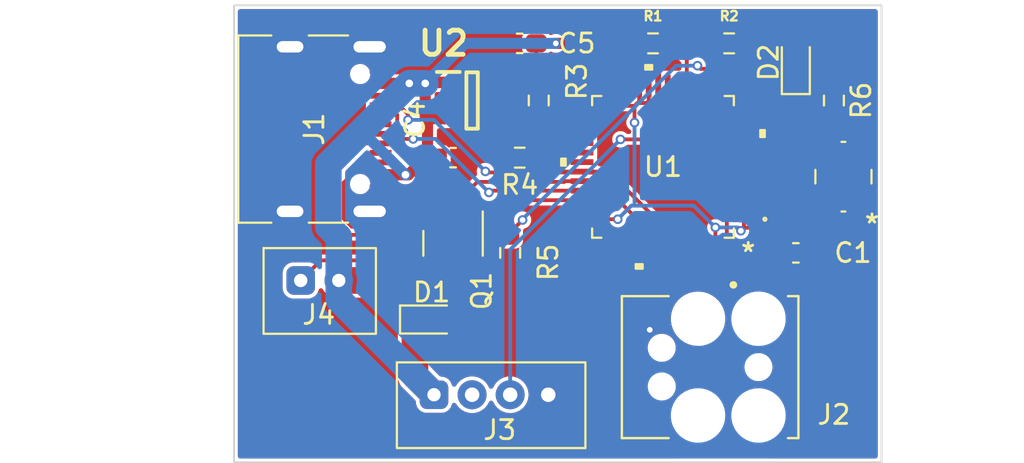
<source format=kicad_pcb>
(kicad_pcb (version 20211014) (generator pcbnew)
  (layers (0 "F.Cu" signal) (31 "B.Cu" signal) (34 "B.Paste" user) (35 "F.Paste" user) (36 "B.SilkS" user "B.Silkscreen") (37 "F.SilkS" user "F.Silkscreen") (38 "B.Mask" user) (39 "F.Mask" user) (44 "Edge.Cuts" user))
  (net 0 "")
  (net 1 "OSC_IN")
  (net 2 "GND")
  (net 3 "OSC_OUT")
  (net 4 "V_USB")
  (net 5 "+3.3V")
  (net 7 "USB_CC1")
  (net 8 "USB_D-")
  (net 9 "USB_D+")
  (net 11 "USB_CC2")
  (net 13 "USART2_RX")
  (net 14 "MOTOR_PWM")
  (net 15 "VSENSE")
  (net 16 "/V_FB")
  (net 20 "nRESET")
  (net 23 "USART2_TX")
  (net 29 "USART3_TX")
  (net 35 "SWDIO")
  (net 36 "SWCLK")
  (net 38 "SWO")
  (net 43 "Net-(D2-Pad1)")
  (net 44 "Net-(D1-Pad2)")
  (net 45 "USART3_RX")
  (footprint "J-LINK_6-PIN_NEEDLE_ADAPTER:J-LINK_6-PIN_NEEDLE_ADAPTER" (layer "F.Cu") (at 111 86.5 180)
    (fp_text reference "J2" (at -6.5 -2.5) (layer "F.SilkS"))
    (fp_text value "8.06.16_J-LINK_6-PIN_NEEDLE_ADAPTER")
    (pad "" np_thru_hole circle (at 0.635 -2.54 180) (size 2.451 2.451) (drill 2.451) (layers *.Cu *.Mask))
    (pad "" np_thru_hole circle (at -2.54 -2.54 180) (size 2.451 2.451) (drill 2.451) (layers *.Cu *.Mask))
    (pad "" np_thru_hole circle (at -2.54 2.54 180) (size 2.451 2.451) (drill 2.451) (layers *.Cu *.Mask))
    (pad "" np_thru_hole circle (at 2.54 1.016 180) (size 1.067 1.067) (drill 1.067) (layers *.Cu *.Mask))
    (pad "" np_thru_hole circle (at 2.54 -1.016 180) (size 1.067 1.067) (drill 1.067) (layers *.Cu *.Mask))
    (pad "" np_thru_hole circle (at -2.54 0 180) (size 1.067 1.067) (drill 1.067) (layers *.Cu *.Mask))
    (pad "" np_thru_hole circle (at 0.635 2.54 180) (size 2.451 2.451) (drill 2.451) (layers *.Cu *.Mask))
    (pad "1" smd circle (at -1.27 0.635 180) (size 0.787 0.787) (layers "F.Cu" "F.Mask") (net 5 "+3.3V"))
    (pad "2" smd circle (at -1.27 -0.635 180) (size 0.787 0.787) (layers "F.Cu" "F.Mask") (net 35 "SWDIO"))
    (pad "3" smd circle (at 0 0.635 180) (size 0.787 0.787) (layers "F.Cu" "F.Mask") (net 20 "nRESET"))
    (pad "4" smd circle (at 0 -0.635 180) (size 0.787 0.787) (layers "F.Cu" "F.Mask") (net 36 "SWCLK"))
    (pad "5" smd circle (at 1.27 0.635 180) (size 0.787 0.787) (layers "F.Cu" "F.Mask") (net 2 "GND"))
    (pad "6" smd circle (at 1.27 -0.635 180) (size 0.787 0.787) (layers "F.Cu" "F.Mask") (net 38 "SWO"))
    (zone (net 0) (net_name "") (layer "F.Cu") (connect_pads (clearance 0)) (min_thickness 0.01)
      (keepout (tracks not_allowed) (vias not_allowed) (pads allowed) (copperpour not_allowed) (footprints allowed))
      (fill (thermal_gap 0.508) (thermal_bridge_width 0.508))
      (polygon (pts (xy 111.8765 85.865) (xy 111.877 85.886) (xy 111.879 85.906) (xy 111.881 85.927) (xy 111.885 85.947) (xy 111.89 85.967) (xy 111.896 85.987) (xy 111.903 86.006) (xy 111.911 86.025) (xy 111.919 86.044) (xy 111.929 86.062) (xy 111.94 86.079) (xy 111.952 86.096) (xy 111.964 86.113) (xy 111.978 86.128) (xy 111.992 86.143) (xy 112.007 86.157) (xy 112.022 86.171) (xy 112.039 86.183) (xy 112.056 86.195) (xy 112.073 86.206) (xy 112.091 86.216) (xy 112.11 86.224) (xy 112.129 86.232) (xy 112.148 86.239) (xy 112.168 86.245) (xy 112.188 86.25) (xy 112.208 86.254) (xy 112.229 86.256) (xy 112.249 86.258) (xy 112.27 86.259) (xy 112.27 86.741) (xy 112.249 86.742) (xy 112.229 86.744) (xy 112.208 86.746) (xy 112.188 86.75) (xy 112.168 86.755) (xy 112.148 86.761) (xy 112.129 86.768) (xy 112.11 86.776) (xy 112.091 86.784) (xy 112.073 86.794) (xy 112.056 86.805) (xy 112.039 86.817) (xy 112.022 86.829) (xy 112.007 86.843) (xy 111.992 86.857) (xy 111.978 86.872) (xy 111.964 86.887) (xy 111.952 86.904) (xy 111.94 86.921) (xy 111.929 86.938) (xy 111.919 86.956) (xy 111.911 86.975) (xy 111.903 86.994) (xy 111.896 87.013) (xy 111.89 87.033) (xy 111.885 87.053) (xy 111.881 87.073) (xy 111.879 87.094) (xy 111.877 87.114) (xy 111.876 87.135) (xy 111.394 87.135) (xy 111.391 87.094) (xy 111.385 87.053) (xy 111.374 87.013) (xy 111.359 86.975) (xy 111.341 86.938) (xy 111.318 86.904) (xy 111.292 86.872) (xy 111.263 86.843) (xy 111.231 86.817) (xy 111.197 86.794) (xy 111.16 86.776) (xy 111.122 86.761) (xy 111.082 86.75) (xy 111.041 86.744) (xy 111 86.741) (xy 110.959 86.744) (xy 110.918 86.75) (xy 110.878 86.761) (xy 110.84 86.776) (xy 110.803 86.794) (xy 110.769 86.817) (xy 110.737 86.843) (xy 110.708 86.872) (xy 110.682 86.904) (xy 110.659 86.938) (xy 110.641 86.975) (xy 110.626 87.013) (xy 110.615 87.053) (xy 110.609 87.094) (xy 110.606 87.135) (xy 110.124 87.135) (xy 110.123 87.114) (xy 110.121 87.094) (xy 110.119 87.073) (xy 110.115 87.053) (xy 110.11 87.033) (xy 110.104 87.013) (xy 110.097 86.994) (xy 110.089 86.975) (xy 110.081 86.956) (xy 110.071 86.938) (xy 110.06 86.921) (xy 110.048 86.904) (xy 110.036 86.887) (xy 110.022 86.872) (xy 110.008 86.857) (xy 109.993 86.843) (xy 109.978 86.829) (xy 109.961 86.817) (xy 109.944 86.805) (xy 109.927 86.794) (xy 109.909 86.784) (xy 109.89 86.776) (xy 109.871 86.768) (xy 109.852 86.761) (xy 109.832 86.755) (xy 109.812 86.75) (xy 109.792 86.746) (xy 109.771 86.744) (xy 109.751 86.742) (xy 109.73 86.741) (xy 109.73 86.259) (xy 109.751 86.258) (xy 109.771 86.256) (xy 109.792 86.254) (xy 109.812 86.25) (xy 109.832 86.245) (xy 109.852 86.239) (xy 109.871 86.232) (xy 109.89 86.224) (xy 109.909 86.216) (xy 109.927 86.206) (xy 109.944 86.195) (xy 109.961 86.183) (xy 109.978 86.171) (xy 109.993 86.157) (xy 110.008 86.143) (xy 110.022 86.128) (xy 110.036 86.113) (xy 110.048 86.096) (xy 110.06 86.079) (xy 110.071 86.062) (xy 110.081 86.044) (xy 110.089 86.025) (xy 110.097 86.006) (xy 110.104 85.987) (xy 110.11 85.967) (xy 110.115 85.947) (xy 110.119 85.927) (xy 110.121 85.906) (xy 110.123 85.886) (xy 110.124 85.865) (xy 110.606 85.865) (xy 110.609 85.906) (xy 110.615 85.947) (xy 110.626 85.987) (xy 110.641 86.025) (xy 110.659 86.062) (xy 110.682 86.096) (xy 110.708 86.128) (xy 110.737 86.157) (xy 110.769 86.183) (xy 110.803 86.206) (xy 110.84 86.224) (xy 110.878 86.239) (xy 110.918 86.25) (xy 110.959 86.256) (xy 111 86.259) (xy 111.041 86.256) (xy 111.082 86.25) (xy 111.122 86.239) (xy 111.16 86.224) (xy 111.197 86.206) (xy 111.231 86.183) (xy 111.263 86.157) (xy 111.292 86.128) (xy 111.318 86.096) (xy 111.341 86.062) (xy 111.359 86.025) (xy 111.374 85.987) (xy 111.385 85.947) (xy 111.391 85.906) (xy 111.394 85.865) (xy 111.876 85.865)))
    )
  )
  (footprint "Resistor_SMD:R_0603_1608Metric_Pad0.98x0.95mm_HandSolder" (layer "F.Cu") (at 102 72.5 -90)
    (fp_text reference "R3" (at -1 -2 90) (layer "F.SilkS"))
    (fp_text value "20k")
    (pad "1" smd roundrect (at -0.9125 0 270) (size 0.975 0.95) (layers "F.Cu" "F.Paste" "F.Mask") (net 5 "+3.3V"))
    (pad "2" smd roundrect (at 0.9125 0 270) (size 0.975 0.95) (layers "F.Cu" "F.Paste" "F.Mask") (net 16 "/V_FB"))
  )
  (footprint "Capacitor_SMD:C_0201_0603Metric_Pad0.64x0.40mm_HandSolder" (layer "F.Cu") (at 115 75)
    (fp_text reference "C6" hide)
    (fp_text value "0.1u")
    (pad "1" smd roundrect (at -0.4075 0) (size 0.635 0.4) (layers "F.Cu" "F.Mask") (net 20 "nRESET"))
    (pad "2" smd roundrect (at 0.4075 0) (size 0.635 0.4) (layers "F.Cu" "F.Mask") (net 2 "GND"))
  )
  (footprint "Resistor_SMD:R_0603_1608Metric_Pad0.98x0.95mm_HandSolder" (layer "F.Cu") (at 108 69.5)
    (fp_text reference "R1" (at 0 -1.43) (layer "F.SilkS") (effects (font (size 0.5 0.5) (thickness 0.125))))
    (fp_text value "20k")
    (pad "1" smd roundrect (at -0.9125 0) (size 0.975 0.95) (layers "F.Cu" "F.Paste" "F.Mask") (net 4 "V_USB"))
    (pad "2" smd roundrect (at 0.9125 0) (size 0.975 0.95) (layers "F.Cu" "F.Paste" "F.Mask") (net 15 "VSENSE"))
  )
  (footprint "Capacitor_SMD:C_0201_0603Metric_Pad0.64x0.40mm_HandSolder" (layer "F.Cu") (at 115 76)
    (fp_text reference "C3" hide)
    (fp_text value "8p")
    (pad "1" smd roundrect (at -0.4075 0) (size 0.635 0.4) (layers "F.Cu" "F.Mask") (net 3 "OSC_OUT"))
    (pad "2" smd roundrect (at 0.4075 0) (size 0.635 0.4) (layers "F.Cu" "F.Mask") (net 2 "GND"))
  )
  (footprint "RH100-48.000-8-F-1015-EXT-TR:RH100-48.000-8-F-1015-EXT-TR" (layer "F.Cu") (at 118 76.5 180)
    (fp_text reference "XTAL1" hide)
    (fp_text value "RH100-48.000-8-F-1015-EXT-TR" hide)
    (fp_text user "*" (at -1.5 -2.5) (layer "F.SilkS"))
    (pad "1" smd rect locked (at -0.8001 -1.1049 180) (size 0.889 1.016) (layers "F.Cu" "F.Paste" "F.Mask") (net 1 "OSC_IN"))
    (pad "2" smd rect locked (at -0.8001 1.1049 180) (size 0.889 1.016) (layers "F.Cu" "F.Paste" "F.Mask") (net 2 "GND"))
    (pad "3" smd rect locked (at 0.8001 1.1049 180) (size 0.889 1.016) (layers "F.Cu" "F.Paste" "F.Mask") (net 3 "OSC_OUT"))
    (pad "4" smd rect locked (at 0.8001 -1.1049 180) (size 0.889 1.016) (layers "F.Cu" "F.Paste" "F.Mask") (net 2 "GND"))
  )
  (footprint "USB4105-GF-A:USB4105-GF-A" (layer "F.Cu") (at 90.2094 74 -90)
    (fp_text reference "J1" (at 0 0 90) (layer "F.SilkS"))
    (fp_text value "USB4105-GF-A" hide)
    (pad "" np_thru_hole circle (at -2.889999 -2.410801 270) (size 0.6604 0.6604) (drill 0.6604) (layers F&B.Cu *.Mask))
    (pad "" np_thru_hole circle (at 2.889999 -2.410801 270) (size 0.6604 0.6604) (drill 0.6604) (layers F&B.Cu *.Mask))
    (pad "13" thru_hole oval (at -4.320002 1.2692 270) (size 0.9906 1.8034) (drill oval 0.6 1.4) (layers *.Cu *.Mask) (net 2 "GND"))
    (pad "14" thru_hole oval (at 4.320002 1.2692 270) (size 0.9906 1.8034) (drill oval 0.6 1.4) (layers *.Cu *.Mask) (net 2 "GND"))
    (pad "15" thru_hole oval (at -4.320002 -2.9108 270) (size 0.9906 2.1082) (drill oval 0.6 1.7) (layers *.Cu *.Mask) (net 2 "GND"))
    (pad "16" thru_hole oval (at 4.320002 -2.9108 270) (size 0.9906 2.1082) (drill oval 0.6 1.7) (layers *.Cu *.Mask) (net 2 "GND"))
    (pad "A1-B12" smd rect (at -3.2 -3.4858 270) (size 0.5842 1.143) (layers "F.Cu" "F.Paste" "F.Mask") (net 2 "GND"))
    (pad "A4-B9" smd rect (at -2.400001 -3.4858 270) (size 0.5842 1.143) (layers "F.Cu" "F.Paste" "F.Mask") (net 4 "V_USB"))
    (pad "A5" smd rect (at -1.25 -3.4858 270) (size 0.3048 1.143) (layers "F.Cu" "F.Paste" "F.Mask") (net 7 "USB_CC1"))
    (pad "A6" smd rect (at -0.25 -3.4858 270) (size 0.3048 1.143) (layers "F.Cu" "F.Paste" "F.Mask") (net 9 "USB_D+"))
    (pad "A7" smd rect (at 0.25 -3.4858 270) (size 0.3048 1.143) (layers "F.Cu" "F.Paste" "F.Mask") (net 8 "USB_D-"))
    (pad "A8" smd rect (at 1.25 -3.4858 270) (size 0.3048 1.143) (layers "F.Cu" "F.Paste" "F.Mask"))
    (pad "B1-A12" smd rect (at 3.2 -3.4858 270) (size 0.5842 1.143) (layers "F.Cu" "F.Paste" "F.Mask") (net 2 "GND"))
    (pad "B4-A9" smd rect (at 2.400001 -3.4858 270) (size 0.5842 1.143) (layers "F.Cu" "F.Paste" "F.Mask") (net 4 "V_USB"))
    (pad "B5" smd rect (at 1.749999 -3.4858 270) (size 0.3048 1.143) (layers "F.Cu" "F.Paste" "F.Mask") (net 11 "USB_CC2"))
    (pad "B6" smd rect (at 0.750001 -3.4858 270) (size 0.3048 1.143) (layers "F.Cu" "F.Paste" "F.Mask") (net 9 "USB_D+"))
    (pad "B7" smd rect (at -0.750001 -3.4858 270) (size 0.3048 1.143) (layers "F.Cu" "F.Paste" "F.Mask") (net 8 "USB_D-"))
    (pad "B8" smd rect (at -1.749999 -3.4858 270) (size 0.3048 1.143) (layers "F.Cu" "F.Paste" "F.Mask"))
  )
  (footprint "LED_SMD:LED_0603_1608Metric_Pad1.05x0.95mm_HandSolder" (layer "F.Cu") (at 96.375 84)
    (fp_text reference "D1" (at 0 -1.43) (layer "F.SilkS"))
    (fp_text value "LED")
    (pad "1" smd roundrect (at -0.875 0) (size 1.05 0.95) (layers "F.Cu" "F.Paste" "F.Mask") (net 4 "V_USB"))
    (pad "2" smd roundrect (at 0.875 0) (size 1.05 0.95) (layers "F.Cu" "F.Paste" "F.Mask") (net 44 "Net-(D1-Pad2)"))
  )
  (footprint "SamacSys_Parts:SOT95P282X145-5N" (layer "F.Cu") (at 98.5 72.5)
    (fp_text reference "U2" (at -1.5 -3) (layer "F.SilkS") (effects (font (size 1.27 1.27) (thickness 0.254))))
    (fp_text value "AP2205-W5-7" hide)
    (pad "1" smd rect locked (at -1.25 -0.95 90) (size 0.6 1.2) (layers "F.Cu" "F.Paste" "F.Mask") (net 4 "V_USB"))
    (pad "2" smd rect locked (at -1.25 0 90) (size 0.6 1.2) (layers "F.Cu" "F.Paste" "F.Mask") (net 2 "GND"))
    (pad "3" smd rect locked (at -1.25 0.95 90) (size 0.6 1.2) (layers "F.Cu" "F.Paste" "F.Mask") (net 4 "V_USB"))
    (pad "4" smd rect locked (at 1.25 0.95 90) (size 0.6 1.2) (layers "F.Cu" "F.Paste" "F.Mask") (net 16 "/V_FB"))
    (pad "5" smd rect locked (at 1.25 -0.95 90) (size 0.6 1.2) (layers "F.Cu" "F.Paste" "F.Mask") (net 5 "+3.3V"))
  )
  (footprint "Capacitor_SMD:C_0603_1608Metric_Pad1.08x0.95mm_HandSolder" (layer "F.Cu") (at 97.5 75.5)
    (fp_text reference "C4" (at -2 -2 90) (layer "F.SilkS"))
    (fp_text value "1u")
    (pad "1" smd roundrect (at -0.8625 0) (size 1.075 0.95) (layers "F.Cu" "F.Paste" "F.Mask") (net 4 "V_USB"))
    (pad "2" smd roundrect (at 0.8625 0) (size 1.075 0.95) (layers "F.Cu" "F.Paste" "F.Mask") (net 2 "GND"))
  )
  (footprint "LED_SMD:LED_0603_1608Metric_Pad1.05x0.95mm_HandSolder" (layer "F.Cu") (at 115.5 70.5 90)
    (fp_text reference "D2" (at 0 -1.43 90) (layer "F.SilkS"))
    (fp_text value "LED")
    (pad "1" smd roundrect (at -0.875 0 90) (size 1.05 0.95) (layers "F.Cu" "F.Paste" "F.Mask") (net 43 "Net-(D2-Pad1)"))
    (pad "2" smd roundrect (at 0.875 0 90) (size 1.05 0.95) (layers "F.Cu" "F.Paste" "F.Mask") (net 5 "+3.3V"))
  )
  (footprint "Capacitor_SMD:C_0201_0603Metric_Pad0.64x0.40mm_HandSolder" (layer "F.Cu") (at 115 77.5)
    (fp_text reference "C2" hide)
    (fp_text value "8p")
    (pad "1" smd roundrect (at -0.4075 0) (size 0.635 0.4) (layers "F.Cu" "F.Mask") (net 1 "OSC_IN"))
    (pad "2" smd roundrect (at 0.4075 0) (size 0.635 0.4) (layers "F.Cu" "F.Mask") (net 2 "GND"))
  )
  (footprint "Resistor_SMD:R_0603_1608Metric_Pad0.98x0.95mm_HandSolder" (layer "F.Cu") (at 112 69.5)
    (fp_text reference "R2" (at 0 -1.43) (layer "F.SilkS") (effects (font (size 0.5 0.5) (thickness 0.125))))
    (fp_text value "3.6k")
    (pad "1" smd roundrect (at -0.9125 0) (size 0.975 0.95) (layers "F.Cu" "F.Paste" "F.Mask") (net 15 "VSENSE"))
    (pad "2" smd roundrect (at 0.9125 0) (size 0.975 0.95) (layers "F.Cu" "F.Paste" "F.Mask") (net 2 "GND"))
  )
  (footprint "Anh_Nguyen:JST_PH_2mm_2" (layer "F.Cu") (at 89.5 81.95)
    (fp_text reference "J4" (at 0.95 1.8 unlocked) (layer "F.SilkS"))
    (fp_text value "Conn_01x02" hide)
    (pad "1" thru_hole roundrect (at 0 0) (size 1.5 1.5) (drill 0.7) (layers *.Cu *.Mask) (net 44 "Net-(D1-Pad2)"))
    (pad "2" thru_hole circle (at 2 0) (size 1.5 1.5) (drill 0.7) (layers *.Cu *.Mask) (net 4 "V_USB"))
  )
  (footprint "STM32G431C8T6:STM32G431C8T6" (layer "F.Cu") (at 108.5238 75.9842 180)
    (fp_text reference "U1" (at 0 0) (layer "F.SilkS"))
    (fp_text value "STM32G431C8T6" hide)
    (fp_text user "*" (at -4.4762 -4.5158) (layer "F.SilkS"))
    (pad "1" smd rect (at -4.249999 -2.75 180) (size 1.1938 0.3048) (layers "F.Cu" "F.Paste" "F.Mask") (net 5 "+3.3V"))
    (pad "2" smd rect (at -4.249999 -2.250001 180) (size 1.1938 0.3048) (layers "F.Cu" "F.Paste" "F.Mask"))
    (pad "3" smd rect (at -4.249999 -1.749999 180) (size 1.1938 0.3048) (layers "F.Cu" "F.Paste" "F.Mask"))
    (pad "4" smd rect (at -4.249999 -1.25 180) (size 1.1938 0.3048) (layers "F.Cu" "F.Paste" "F.Mask"))
    (pad "5" smd rect (at -4.249999 -0.750001 180) (size 1.1938 0.3048) (layers "F.Cu" "F.Paste" "F.Mask") (net 1 "OSC_IN"))
    (pad "6" smd rect (at -4.249999 -0.25 180) (size 1.1938 0.3048) (layers "F.Cu" "F.Paste" "F.Mask") (net 3 "OSC_OUT"))
    (pad "7" smd rect (at -4.249999 0.25 180) (size 1.1938 0.3048) (layers "F.Cu" "F.Paste" "F.Mask") (net 20 "nRESET"))
    (pad "8" smd rect (at -4.249999 0.750001 180) (size 1.1938 0.3048) (layers "F.Cu" "F.Paste" "F.Mask"))
    (pad "9" smd rect (at -4.249999 1.25 180) (size 1.1938 0.3048) (layers "F.Cu" "F.Paste" "F.Mask"))
    (pad "10" smd rect (at -4.249999 1.749999 180) (size 1.1938 0.3048) (layers "F.Cu" "F.Paste" "F.Mask") (net 23 "USART2_TX"))
    (pad "11" smd rect (at -4.249999 2.250001 180) (size 1.1938 0.3048) (layers "F.Cu" "F.Paste" "F.Mask") (net 13 "USART2_RX"))
    (pad "12" smd rect (at -4.249999 2.75 180) (size 1.1938 0.3048) (layers "F.Cu" "F.Paste" "F.Mask"))
    (pad "13" smd rect (at -2.75 4.249999 270) (size 1.1938 0.3048) (layers "F.Cu" "F.Paste" "F.Mask"))
    (pad "14" smd rect (at -2.250001 4.249999 270) (size 1.1938 0.3048) (layers "F.Cu" "F.Paste" "F.Mask") (net 14 "MOTOR_PWM"))
    (pad "15" smd rect (at -1.749999 4.249999 270) (size 1.1938 0.3048) (layers "F.Cu" "F.Paste" "F.Mask"))
    (pad "16" smd rect (at -1.25 4.249999 270) (size 1.1938 0.3048) (layers "F.Cu" "F.Paste" "F.Mask") (net 15 "VSENSE"))
    (pad "17" smd rect (at -0.750001 4.249999 270) (size 1.1938 0.3048) (layers "F.Cu" "F.Paste" "F.Mask"))
    (pad "18" smd rect (at -0.25 4.249999 270) (size 1.1938 0.3048) (layers "F.Cu" "F.Paste" "F.Mask"))
    (pad "19" smd rect (at 0.25 4.249999 270) (size 1.1938 0.3048) (layers "F.Cu" "F.Paste" "F.Mask") (net 2 "GND"))
    (pad "20" smd rect (at 0.750001 4.249999 270) (size 1.1938 0.3048) (layers "F.Cu" "F.Paste" "F.Mask") (net 5 "+3.3V"))
    (pad "21" smd rect (at 1.25 4.249999 270) (size 1.1938 0.3048) (layers "F.Cu" "F.Paste" "F.Mask") (net 5 "+3.3V"))
    (pad "22" smd rect (at 1.749999 4.249999 270) (size 1.1938 0.3048) (layers "F.Cu" "F.Paste" "F.Mask") (net 29 "USART3_TX"))
    (pad "23" smd rect (at 2.250001 4.249999 270) (size 1.1938 0.3048) (layers "F.Cu" "F.Paste" "F.Mask") (net 2 "GND"))
    (pad "24" smd rect (at 2.75 4.249999 270) (size 1.1938 0.3048) (layers "F.Cu" "F.Paste" "F.Mask") (net 5 "+3.3V"))
    (pad "25" smd rect (at 4.249999 2.75 180) (size 1.1938 0.3048) (layers "F.Cu" "F.Paste" "F.Mask") (net 45 "USART3_RX"))
    (pad "26" smd rect (at 4.249999 2.250001 180) (size 1.1938 0.3048) (layers "F.Cu" "F.Paste" "F.Mask"))
    (pad "27" smd rect (at 4.249999 1.749999 180) (size 1.1938 0.3048) (layers "F.Cu" "F.Paste" "F.Mask"))
    (pad "28" smd rect (at 4.249999 1.25 180) (size 1.1938 0.3048) (layers "F.Cu" "F.Paste" "F.Mask"))
    (pad "29" smd rect (at 4.249999 0.750001 180) (size 1.1938 0.3048) (layers "F.Cu" "F.Paste" "F.Mask"))
    (pad "30" smd rect (at 4.249999 0.25 180) (size 1.1938 0.3048) (layers "F.Cu" "F.Paste" "F.Mask"))
    (pad "31" smd rect (at 4.249999 -0.25 180) (size 1.1938 0.3048) (layers "F.Cu" "F.Paste" "F.Mask") (net 7 "USB_CC1"))
    (pad "32" smd rect (at 4.249999 -0.750001 180) (size 1.1938 0.3048) (layers "F.Cu" "F.Paste" "F.Mask") (net 11 "USB_CC2"))
    (pad "33" smd rect (at 4.249999 -1.25 180) (size 1.1938 0.3048) (layers "F.Cu" "F.Paste" "F.Mask") (net 8 "USB_D-"))
    (pad "34" smd rect (at 4.249999 -1.749999 180) (size 1.1938 0.3048) (layers "F.Cu" "F.Paste" "F.Mask") (net 9 "USB_D+"))
    (pad "35" smd rect (at 4.249999 -2.250001 180) (size 1.1938 0.3048) (layers "F.Cu" "F.Paste" "F.Mask") (net 2 "GND"))
    (pad "36" smd rect (at 4.249999 -2.75 180) (size 1.1938 0.3048) (layers "F.Cu" "F.Paste" "F.Mask") (net 5 "+3.3V"))
    (pad "37" smd rect (at 2.75 -4.249999 270) (size 1.1938 0.3048) (layers "F.Cu" "F.Paste" "F.Mask") (net 35 "SWDIO"))
    (pad "38" smd rect (at 2.250001 -4.249999 270) (size 1.1938 0.3048) (layers "F.Cu" "F.Paste" "F.Mask") (net 36 "SWCLK"))
    (pad "39" smd rect (at 1.749999 -4.249999 270) (size 1.1938 0.3048) (layers "F.Cu" "F.Paste" "F.Mask"))
    (pad "40" smd rect (at 1.25 -4.249999 270) (size 1.1938 0.3048) (layers "F.Cu" "F.Paste" "F.Mask") (net 38 "SWO"))
    (pad "41" smd rect (at 0.750001 -4.249999 270) (size 1.1938 0.3048) (layers "F.Cu" "F.Paste" "F.Mask") (net 11 "USB_CC2"))
    (pad "42" smd rect (at 0.25 -4.249999 270) (size 1.1938 0.3048) (layers "F.Cu" "F.Paste" "F.Mask"))
    (pad "43" smd rect (at -0.25 -4.249999 270) (size 1.1938 0.3048) (layers "F.Cu" "F.Paste" "F.Mask") (net 7 "USB_CC1"))
    (pad "44" smd rect (at -0.750001 -4.249999 270) (size 1.1938 0.3048) (layers "F.Cu" "F.Paste" "F.Mask"))
    (pad "45" smd rect (at -1.25 -4.249999 270) (size 1.1938 0.3048) (layers "F.Cu" "F.Paste" "F.Mask"))
    (pad "46" smd rect (at -1.749999 -4.249999 270) (size 1.1938 0.3048) (layers "F.Cu" "F.Paste" "F.Mask"))
    (pad "47" smd rect (at -2.250001 -4.249999 270) (size 1.1938 0.3048) (layers "F.Cu" "F.Paste" "F.Mask") (net 2 "GND"))
    (pad "48" smd rect (at -2.75 -4.249999 270) (size 1.1938 0.3048) (layers "F.Cu" "F.Paste" "F.Mask") (net 5 "+3.3V"))
  )
  (footprint "Resistor_SMD:R_0603_1608Metric_Pad0.98x0.95mm_HandSolder" (layer "F.Cu") (at 101 75.5 180)
    (fp_text reference "R4" (at 0 -1.43) (layer "F.SilkS"))
    (fp_text value "12k")
    (pad "1" smd roundrect (at -0.9125 0 180) (size 0.975 0.95) (layers "F.Cu" "F.Paste" "F.Mask") (net 16 "/V_FB"))
    (pad "2" smd roundrect (at 0.9125 0 180) (size 0.975 0.95) (layers "F.Cu" "F.Paste" "F.Mask") (net 2 "GND"))
  )
  (footprint "Capacitor_SMD:C_0603_1608Metric_Pad1.08x0.95mm_HandSolder" (layer "F.Cu") (at 115.5 80.5)
    (fp_text reference "C1" (at 3 0) (layer "F.SilkS"))
    (fp_text value "1u")
    (pad "1" smd roundrect (at -0.8625 0) (size 1.075 0.95) (layers "F.Cu" "F.Paste" "F.Mask") (net 5 "+3.3V"))
    (pad "2" smd roundrect (at 0.8625 0) (size 1.075 0.95) (layers "F.Cu" "F.Paste" "F.Mask") (net 2 "GND"))
  )
  (footprint "Capacitor_SMD:C_0603_1608Metric_Pad1.08x0.95mm_HandSolder" (layer "F.Cu") (at 101 69.5 180)
    (fp_text reference "C5" (at -3 0) (layer "F.SilkS"))
    (fp_text value "1u")
    (pad "1" smd roundrect (at -0.8625 0 180) (size 1.075 0.95) (layers "F.Cu" "F.Paste" "F.Mask") (net 5 "+3.3V"))
    (pad "2" smd roundrect (at 0.8625 0 180) (size 1.075 0.95) (layers "F.Cu" "F.Paste" "F.Mask") (net 2 "GND"))
  )
  (footprint "Resistor_SMD:R_0603_1608Metric_Pad0.98x0.95mm_HandSolder" (layer "F.Cu") (at 100.5 80.5 -90)
    (fp_text reference "R5" (at 0.5 -2 90) (layer "F.SilkS"))
    (fp_text value "100k")
    (pad "1" smd roundrect (at -0.9125 0 270) (size 0.975 0.95) (layers "F.Cu" "F.Paste" "F.Mask") (net 14 "MOTOR_PWM"))
    (pad "2" smd roundrect (at 0.9125 0 270) (size 0.975 0.95) (layers "F.Cu" "F.Paste" "F.Mask") (net 2 "GND"))
  )
  (footprint "Package_TO_SOT_SMD:SOT-23" (layer "F.Cu") (at 97.5 80 -90)
    (fp_text reference "Q1" (at 2.5 -1.5 -270) (layer "F.SilkS"))
    (fp_text value "2N7002K")
    (pad "1" smd roundrect (at -0.9375 -0.95 270) (size 1.475 0.6) (layers "F.Cu" "F.Paste" "F.Mask") (net 14 "MOTOR_PWM"))
    (pad "2" smd roundrect (at -0.9375 0.95 270) (size 1.475 0.6) (layers "F.Cu" "F.Paste" "F.Mask") (net 2 "GND"))
    (pad "3" smd roundrect (at 0.9375 0 270) (size 1.475 0.6) (layers "F.Cu" "F.Paste" "F.Mask") (net 44 "Net-(D1-Pad2)"))
  )
  (footprint "Anh_Nguyen:JST_PH_2mm_4" (layer "F.Cu") (at 96.5 87.95)
    (fp_text reference "J3" (at 3.45 1.85 unlocked) (layer "F.SilkS"))
    (fp_text value "Conn_01x04" hide)
    (pad "1" thru_hole roundrect (at 0 0) (size 1.5 1.5) (drill 0.7) (layers *.Cu *.Mask) (net 4 "V_USB"))
    (pad "2" thru_hole circle (at 2 0) (size 1.524 1.524) (drill 0.762) (layers *.Cu *.Mask))
    (pad "3" thru_hole circle (at 4 0) (size 1.524 1.524) (drill 0.762) (layers *.Cu *.Mask) (net 13 "USART2_RX"))
    (pad "4" thru_hole circle (at 6 0) (size 1.524 1.524) (drill 0.762) (layers *.Cu *.Mask) (net 2 "GND"))
  )
  (footprint "Resistor_SMD:R_0603_1608Metric_Pad0.98x0.95mm_HandSolder" (layer "F.Cu") (at 117.5 72.5 -90)
    (fp_text reference "R6" (at 0 -1.43 90) (layer "F.SilkS"))
    (fp_text value "160")
    (pad "1" smd roundrect (at -0.9125 0 270) (size 0.975 0.95) (layers "F.Cu" "F.Paste" "F.Mask") (net 43 "Net-(D2-Pad1)"))
    (pad "2" smd roundrect (at 0.9125 0 270) (size 0.975 0.95) (layers "F.Cu" "F.Paste" "F.Mask") (net 2 "GND"))
  )
  (gr_rect (start 86 67.5) (end 120 91.5) (layer "Edge.Cuts") (width 0.1) (fill none))
  (segment (start 118.8001 77.6049) (end 118.0553 77.6049) (width 0.2) (layer "F.Cu") (net 1))
  (segment (start 113.8267 76.7342) (end 114.555 77.4624) (width 0.2) (layer "F.Cu") (net 1))
  (segment (start 115.0648 76.9526) (end 114.555 77.4624) (width 0.2) (layer "F.Cu") (net 1))
  (segment (start 116.264 76.9526) (end 115.0648 76.9526) (width 0.2) (layer "F.Cu") (net 1))
  (segment (start 112.7738 76.7342) (end 113.8267 76.7342) (width 0.2) (layer "F.Cu") (net 1))
  (segment (start 114.555 77.4624) (end 114.5925 77.5) (width 0.2) (layer "F.Cu") (net 1))
  (segment (start 116.4201 76.7965) (end 116.264 76.9526) (width 0.2) (layer "F.Cu") (net 1))
  (segment (start 118.0553 77.0463) (end 117.8055 76.7965) (width 0.2) (layer "F.Cu") (net 1))
  (segment (start 117.8055 76.7965) (end 116.4201 76.7965) (width 0.2) (layer "F.Cu") (net 1))
  (segment (start 118.0553 77.6049) (end 118.0553 77.0463) (width 0.2) (layer "F.Cu") (net 1))
  (segment (start 118.8001 75.3951) (end 118.8001 74.5868) (width 0.2) (layer "F.Cu") (net 2))
  (segment (start 108.4186 68.7111) (end 108.1197 69.01) (width 0.2) (layer "F.Cu") (net 2))
  (segment (start 100.5 81.1978) (end 103.3766 78.3212) (width 0.2) (layer "F.Cu") (net 2))
  (segment (start 100.9138 68.7237) (end 107.8334 68.7237) (width 0.2) (layer "F.Cu") (net 2))
  (segment (start 98.1503 72.5) (end 98.3625 72.7122) (width 0.2) (layer "F.Cu") (net 2))
  (segment (start 117.1999 77.6049) (end 116.4551 77.6049) (width 0.2) (layer "F.Cu") (net 2))
  (segment (start 113.6387 68.7738) (end 112.9125 69.5) (width 0.2) (layer "F.Cu") (net 2))
  (segment (start 90.9295 71.8337) (end 90.9295 79.0882) (width 0.2) (layer "F.Cu") (net 2))
  (segment (start 98.3625 72.7122) (end 98.3625 75.5) (width 0.2) (layer "F.Cu") (net 2))
  (segment (start 92.2857 70.4775) (end 90.9295 71.8337) (width 0.2) (layer "F.Cu") (net 2))
  (segment (start 117.3017 78.4132) (end 117.1999 78.4132) (width 0.2) (layer "F.Cu") (net 2))
  (segment (start 95.6354 79.9771) (end 96.55 79.0625) (width 0.2) (layer "F.Cu") (net 2))
  (segment (start 115.4075 75) (end 115.4075 76) (width 0.2) (layer "F.Cu") (net 2))
  (segment (start 116.3502 77.5) (end 116.4551 77.6049) (width 0.2) (layer "F.Cu") (net 2))
  (segment (start 119.5449 78.3078) (end 119.5449 75.3951) (width 0.2) (layer "F.Cu") (net 2))
  (segment (start 98.1503 70.8) (end 98.1503 72.5) (width 0.2) (layer "F.Cu") (net 2))
  (segment (start 106.2738 70.837) (end 108.2738 70.837) (width 0.2) (layer "F.Cu") (net 2))
  (segment (start 97.25 72.5) (end 98.1503 72.5) (width 0.2) (layer "F.Cu") (net 2))
  (segment (start 116.4348 73.9727) (end 115.4075 75) (width 0.2) (layer "F.Cu") (net 2))
  (segment (start 116.3625 80.5) (end 117.3018 79.5607) (width 0.2) (layer "F.Cu") (net 2))
  (segment (start 118.1141 74.5868) (end 118.8001 74.5868) (width 0.2) (layer "F.Cu") (net 2))
  (segment (start 112.9125 69.5) (end 112.1236 68.7111) (width 0.2) (layer "F.Cu") (net 2))
  (segment (start 99.1478 81.1978) (end 97.0125 79.0625) (width 0.2) (layer "F.Cu") (net 2))
  (segment (start 117.5 73.9727) (end 118.1141 74.5868) (width 0.2) (layer "F.Cu") (net 2))
  (segment (start 117.5 73.4125) (end 118.2827 72.6298) (width 0.2) (layer "F.Cu") (net 2))
  (segment (start 117.1999 77.6049) (end 117.1999 78.4132) (width 0.2) (layer "F.Cu") (net 2))
  (segment (start 117.5 73.9727) (end 116.4348 73.9727) (width 0.2) (layer "F.Cu") (net 2))
  (segment (start 97.0125 79.0625) (end 96.55 79.0625) (width 0.2) (layer "F.Cu") (net 2))
  (segment (start 108.1197 70.6829) (end 108.2738 70.837) (width 0.2) (layer "F.Cu") (net 2))
  (segment (start 108.7878 83.1174) (end 108.7878 84.5408) (width 0.2) (layer "F.Cu") (net 2))
  (segment (start 98.8375 70.8) (end 100.1375 69.5) (width 0.2) (layer "F.Cu") (net 2))
  (segment (start 100.0875 75.5) (end 98.3625 75.5) (width 0.2) (layer "F.Cu") (net 2))
  (segment (start 104.2738 78.2342) (end 103.3766 78.2342) (width 0.2) (layer "F.Cu") (net 2))
  (segment (start 100.5 81.1978) (end 100.5 81.4125) (width 0.2) (layer "F.Cu") (net 2))
  (segment (start 100.5 81.4125) (end 102.5 83.4125) (width 0.2) (layer "F.Cu") (net 2))
  (segment (start 107.8334 68.7237) (end 108.1197 69.01) (width 0.2) (layer "F.Cu") (net 2))
  (segment (start 110.7738 80.2342) (end 110.7738 81.1314) (width 0.2) (layer "F.Cu") (net 2))
  (segment (start 98.1503 70.8) (end 94.567 70.8) (width 0.2) (layer "F.Cu") (net 2))
  (segment (start 108.7878 84.5408) (end 107.8302 84.5408) (width 0.2) (layer "F.Cu") (net 2))
  (segment (start 118.2827 71.0697) (end 115.9868 68.7738) (width 0.2) (layer "F.Cu") (net 2))
  (segment (start 108.1197 69.01) (end 108.1197 70.6829) (width 0.2) (layer "F.Cu") (net 2))
  (segment (start 112.1236 68.7111) (end 108.4186 68.7111) (width 0.2) (layer "F.Cu") (net 2))
  (segment (start 93.6952 70.8) (end 94.567 70.8) (width 0.2) (layer "F.Cu") (net 2))
  (segment (start 100.1375 69.5) (end 100.9138 68.7237) (width 0.2) (layer "F.Cu") (net 2))
  (segment (start 106.2738 71.7342) (end 106.2738 70.837) (width 0.2) (layer "F.Cu") (net 2))
  (segment (start 93.6952 77.2) (end 94.567 77.2) (width 0.2) (layer "F.Cu") (net 2))
  (segment (start 94.5849 77.1821) (end 94.567 77.2) (width 0.2) (layer "F.Cu") (net 2))
  (segment (start 110.7738 81.1314) (end 108.7878 83.1174) (width 0.2) (layer "F.Cu") (net 2))
  (segment (start 115.9868 68.7738) (end 113.6387 68.7738) (width 0.2) (layer "F.Cu") (net 2))
  (segment (start 108.7878 84.5408) (end 109.73 85.483) (width 0.2) (layer "F.Cu") (net 2))
  (segment (start 118.2827 72.6298) (end 118.2827 71.0697) (width 0.2) (layer "F.Cu") (net 2))
  (segment (start 102.5 83.4125) (end 102.5 87.95) (width 0.2) (layer "F.Cu") (net 2))
  (segment (start 98.1503 70.8) (end 98.8375 70.8) (width 0.2) (layer "F.Cu") (net 2))
  (segment (start 98.3625 75.5) (end 96.6804 77.1821) (width 0.2) (layer "F.Cu") (net 2))
  (segment (start 117.5 73.4125) (end 117.5 73.9727) (width 0.2) (layer "F.Cu") (net 2))
  (segment (start 93.6952 70.8) (end 93.3727 70.4775) (width 0.2) (layer "F.Cu") (net 2))
  (segment (start 93.3727 70.4775) (end 92.2857 70.4775) (width 0.2) (layer "F.Cu") (net 2))
  (segment (start 96.6804 77.1821) (end 94.5849 77.1821) (width 0.2) (layer "F.Cu") (net 2))
  (segment (start 103.3766 78.3212) (end 103.3766 78.2342) (width 0.2) (layer "F.Cu") (net 2))
  (segment (start 117.3018 79.5607) (end 117.3018 78.4133) (width 0.2) (layer "F.Cu") (net 2))
  (segment (start 91.8184 79.9771) (end 95.6354 79.9771) (width 0.2) (layer "F.Cu") (net 2))
  (segment (start 117.3018 78.4133) (end 117.3017 78.4132) (width 0.2) (layer "F.Cu") (net 2))
  (segment (start 115.4075 77.5) (end 116.3502 77.5) (width 0.2) (layer "F.Cu") (net 2))
  (segment (start 109.73 85.483) (end 109.73 85.865) (width 0.2) (layer "F.Cu") (net 2))
  (segment (start 100.5 81.1978) (end 99.1478 81.1978) (width 0.2) (layer "F.Cu") (net 2))
  (segment (start 117.3018 78.4133) (end 119.4394 78.4133) (width 0.2) (layer "F.Cu") (net 2))
  (segment (start 119.4394 78.4133) (end 119.5449 78.3078) (width 0.2) (layer "F.Cu") (net 2))
  (segment (start 108.2738 71.7342) (end 108.2738 70.837) (width 0.2) (layer "F.Cu") (net 2))
  (segment (start 90.9295 79.0882) (end 91.8184 79.9771) (width 0.2) (layer "F.Cu") (net 2))
  (segment (start 118.8001 75.3951) (end 119.5449 75.3951) (width 0.2) (layer "F.Cu") (net 2))
  (via (at 107.8302 84.5408) (size 0.5) (drill 0.3) (layers "F.Cu" "B.Cu") (net 2))
  (segment (start 102.5 87.95) (end 105.9092 84.5408) (width 0.2) (layer "B.Cu") (net 2))
  (segment (start 105.9092 84.5408) (end 107.8302 84.5408) (width 0.2) (layer "B.Cu") (net 2))
  (segment (start 116.4551 75.8606) (end 115.8101 76.5056) (width 0.2) (layer "F.Cu") (net 3))
  (segment (start 116.4551 75.3951) (end 116.4551 75.8606) (width 0.2) (layer "F.Cu") (net 3))
  (segment (start 115.8101 76.5056) (end 114.981 76.5056) (width 0.2) (layer "F.Cu") (net 3))
  (segment (start 112.7738 76.2342) (end 114.3583 76.2342) (width 0.2) (layer "F.Cu") (net 3))
  (segment (start 114.3583 76.2342) (end 114.534 76.0585) (width 0.2) (layer "F.Cu") (net 3))
  (segment (start 114.981 76.5056) (end 114.534 76.0585) (width 0.2) (layer "F.Cu") (net 3))
  (segment (start 117.1999 75.3951) (end 116.4551 75.3951) (width 0.2) (layer "F.Cu") (net 3))
  (segment (start 114.534 76.0585) (end 114.5925 76) (width 0.2) (layer "F.Cu") (net 3))
  (segment (start 96.0386 73.331) (end 96.1576 73.45) (width 0.5842) (layer "F.Cu") (net 4))
  (segment (start 96.1576 75.3991) (end 95.1567 76.4) (width 0.5842) (layer "F.Cu") (net 4))
  (segment (start 95.1567 76.4) (end 95 76.4) (width 0.5842) (layer "F.Cu") (net 4))
  (segment (start 96.0386 71.6) (end 96.0386 73.331) (width 0.5842) (layer "F.Cu") (net 4))
  (segment (start 96.2585 75.5) (end 96.1576 75.3991) (width 0.5842) (layer "F.Cu") (net 4))
  (segment (start 93.45 81.95) (end 95.5 84) (width 1.4) (layer "F.Cu") (net 4))
  (segment (start 107.0875 69.5) (end 102.8933 69.5) (width 0.5842) (layer "F.Cu") (net 4))
  (segment (start 96.1576 71.55) (end 96.1076 71.6) (width 0.5842) (layer "F.Cu") (net 4))
  (segment (start 97.25 71.55) (end 96.1576 71.55) (width 0.5842) (layer "F.Cu") (net 4))
  (segment (start 95.5 86.95) (end 96.5 87.95) (width 1.4) (layer "F.Cu") (net 4))
  (segment (start 95.5 84) (end 95.5 86.95) (width 1.4) (layer "F.Cu") (net 4))
  (segment (start 95.2 71.6) (end 93.6952 71.6) (width 0.5842) (layer "F.Cu") (net 4))
  (segment (start 95.2 71.6) (end 96.0386 71.6) (width 0.5842) (layer "F.Cu") (net 4))
  (segment (start 97.25 73.45) (end 96.1576 73.45) (width 0.5842) (layer "F.Cu") (net 4))
  (segment (start 96.1576 75.3991) (end 96.1576 73.45) (width 0.5842) (layer "F.Cu") (net 4))
  (segment (start 96.1076 71.6) (end 96.0386 71.6) (width 0.5842) (layer "F.Cu") (net 4))
  (segment (start 96.6375 75.5) (end 96.2585 75.5) (width 0.5842) (layer "F.Cu") (net 4))
  (segment (start 91.5 81.95) (end 93.45 81.95) (width 1.4) (layer "F.Cu") (net 4))
  (segment (start 95 76.4) (end 93.6952 76.4) (width 0.5842) (layer "F.Cu") (net 4))
  (via (at 95.2 71.6) (size 0.6) (drill 0.4) (layers "F.Cu" "B.Cu") (net 4))
  (via (at 95 76.4) (size 0.6) (drill 0.4) (layers "F.Cu" "B.Cu") (net 4))
  (via (at 96.0386 71.6) (size 0.6) (drill 0.4) (layers "F.Cu" "B.Cu") (net 4))
  (via (at 102.8933 69.5) (size 0.5) (drill 0.3) (layers "F.Cu" "B.Cu") (net 4))
  (segment (start 90.95 79.11777) (end 91.5 79.66777) (width 1.4) (layer "B.Cu") (net 4))
  (segment (start 91.5 82.95) (end 96.5 87.95) (width 1.4) (layer "B.Cu") (net 4))
  (segment (start 90.95 75.85) (end 90.95 79.11777) (width 1.4) (layer "B.Cu") (net 4))
  (segment (start 95 76.4) (end 93.10215 74.50215) (width 0.5842) (layer "B.Cu") (net 4))
  (segment (start 95.2 71.6) (end 90.95 75.85) (width 1.4) (layer "B.Cu") (net 4))
  (segment (start 91.5 79.66777) (end 91.5 81.95) (width 1.4) (layer "B.Cu") (net 4))
  (segment (start 96.0386 71.6) (end 96.0043 71.6) (width 0.5842) (layer "B.Cu") (net 4))
  (segment (start 96.0386 71.6) (end 98.1386 69.5) (width 0.5842) (layer "B.Cu") (net 4))
  (segment (start 95.2 71.6) (end 96.0386 71.6) (width 1.4) (layer "B.Cu") (net 4))
  (segment (start 91.5 81.95) (end 91.5 82.95) (width 1.4) (layer "B.Cu") (net 4))
  (segment (start 98.1386 69.5) (end 102.8933 69.5) (width 0.5842) (layer "B.Cu") (net 4))
  (segment (start 107.6737 72.6314) (end 107.2738 72.6314) (width 0.2) (layer "F.Cu") (net 5))
  (segment (start 105.7738 71.7342) (end 105.7738 72.1828) (width 0.2) (layer "F.Cu") (net 5))
  (segment (start 115.0714 80.9339) (end 115.0714 84.648) (width 0.2) (layer "F.Cu") (net 5))
  (segment (start 112.7738 79.1809) (end 113.3184 79.1809) (width 0.2) (layer "F.Cu") (net 5))
  (segment (start 114.0569 85.6625) (end 112.4725 85.6625) (width 0.2) (layer "F.Cu") (net 5))
  (segment (start 107.9082 72.6657) (end 112.4593 72.6657) (width 0.2) (layer "F.Cu") (net 5))
  (segment (start 113.3184 79.1809) (end 114.6375 80.5) (width 0.2) (layer "F.Cu") (net 5))
  (segment (start 107.7738 71.7342) (end 107.7738 72.5313) (width 0.2) (layer "F.Cu") (net 5))
  (segment (start 102.5953 72.1828) (end 102 71.5875) (width 0.2) (layer "F.Cu") (net 5))
  (segment (start 107.0287 72.7816) (end 105.924 72.7816) (width 0.2) (layer "F.Cu") (net 5))
  (segment (start 112.4725 85.6625) (end 112.27 85.865) (width 0.2) (layer "F.Cu") (net 5))
  (segment (start 107.1789 72.6314) (end 107.2738 72.6314) (width 0.2) (layer "F.Cu") (net 5))
  (segment (start 112.4593 72.6657) (end 115.5 69.625) (width 0.2) (layer "F.Cu") (net 5))
  (segment (start 107.7738 72.5313) (end 107.6737 72.6314) (width 0.2) (layer "F.Cu") (net 5))
  (segment (start 112.614 79.3407) (end 112.7738 79.1809) (width 0.2) (layer "F.Cu") (net 5))
  (segment (start 114.6375 80.5) (end 115.0714 80.9339) (width 0.2) (layer "F.Cu") (net 5))
  (segment (start 107.7738 72.5313) (end 107.9082 72.6657) (width 0.2) (layer "F.Cu") (net 5))
  (segment (start 111.2738 79.1647) (end 111.2738 80.2342) (width 0.2) (layer "F.Cu") (net 5))
  (segment (start 105.7738 72.1828) (end 105.7738 72.6314) (width 0.2) (layer "F.Cu") (net 5))
  (segment (start 112.7738 79.1809) (end 112.7738 78.7342) (width 0.2) (layer "F.Cu") (net 5))
  (segment (start 107.0287 72.7816) (end 107.1789 72.6314) (width 0.2) (layer "F.Cu") (net 5))
  (segment (start 106.1482 78.7342) (end 104.2738 78.7342) (width 0.2) (layer "F.Cu") (net 5))
  (segment (start 99.75 71.55) (end 100.6503 71.55) (width 0.2) (layer "F.Cu") (net 5))
  (segment (start 105.7738 72.1828) (end 102.5953 72.1828) (width 0.2) (layer "F.Cu") (net 5))
  (segment (start 107.0287 72.7816) (end 107.0287 73.6593) (width 0.2) (layer "F.Cu") (net 5))
  (segment (start 101.8625 71.45) (end 102 71.5875) (width 0.2) (layer "F.Cu") (net 5))
  (segment (start 105.924 72.7816) (end 105.7738 72.6314) (width 0.2) (layer "F.Cu") (net 5))
  (segment (start 107.2738 71.7342) (end 107.2738 72.6314) (width 0.2) (layer "F.Cu") (net 5))
  (segment (start 100.7503 71.45) (end 100.6503 71.55) (width 0.2) (layer "F.Cu") (net 5))
  (segment (start 115.0714 84.648) (end 114.0569 85.6625) (width 0.2) (layer "F.Cu") (net 5))
  (segment (start 101.8625 71.45) (end 100.7503 71.45) (width 0.2) (layer "F.Cu") (net 5))
  (segment (start 101.8625 69.5) (end 101.8625 71.45) (width 0.2) (layer "F.Cu") (net 5))
  (via (at 106.1482 78.7342) (size 0.5) (drill 0.3) (layers "F.Cu" "B.Cu") (net 5))
  (via (at 107.0287 73.6593) (size 0.5) (drill 0.3) (layers "F.Cu" "B.Cu") (net 5))
  (via (at 112.614 79.3407) (size 0.5) (drill 0.3) (layers "F.Cu" "B.Cu") (net 5))
  (via (at 111.2738 79.1647) (size 0.5) (drill 0.3) (layers "F.Cu" "B.Cu") (net 5))
  (segment (start 112.438 79.1647) (end 112.614 79.3407) (width 0.2) (layer "B.Cu") (net 5))
  (segment (start 107.0287 78.0211) (end 107.0287 73.6593) (width 0.2) (layer "B.Cu") (net 5))
  (segment (start 107.0287 78.0211) (end 110.1302 78.0211) (width 0.2) (layer "B.Cu") (net 5))
  (segment (start 106.1482 78.7342) (end 106.8613 78.0211) (width 0.2) (layer "B.Cu") (net 5))
  (segment (start 111.2738 79.1647) (end 112.438 79.1647) (width 0.2) (layer "B.Cu") (net 5))
  (segment (start 110.1302 78.0211) (end 111.2738 79.1647) (width 0.2) (layer "B.Cu") (net 5))
  (segment (start 106.8613 78.0211) (end 107.0287 78.0211) (width 0.2) (layer "B.Cu") (net 5))
  (segment (start 99.25 76.2763) (end 99.1977 76.224) (width 0.2) (layer "F.Cu") (net 7))
  (segment (start 103.3766 76.2342) (end 103.3345 76.2763) (width 0.2) (layer "F.Cu") (net 7))
  (segment (start 108.7738 80.2342) (end 108.7738 79.337) (width 0.2) (layer "F.Cu") (net 7))
  (segment (start 95.1364 73.2283) (end 94.6581 72.75) (width 0.2) (layer "F.Cu") (net 7))
  (segment (start 95.1364 73.5178) (end 95.1364 73.2283) (width 0.2) (layer "F.Cu") (net 7))
  (segment (start 105.671 76.2342) (end 104.2738 76.2342) (width 0.2) (layer "F.Cu") (net 7))
  (segment (start 108.7738 79.337) (end 105.671 76.2342) (width 0.2) (layer "F.Cu") (net 7))
  (segment (start 94.6581 72.75) (end 93.6952 72.75) (width 0.2) (layer "F.Cu") (net 7))
  (segment (start 103.3345 76.2763) (end 99.25 76.2763) (width 0.2) (layer "F.Cu") (net 7))
  (segment (start 104.2738 76.2342) (end 103.3766 76.2342) (width 0.2) (layer "F.Cu") (net 7))
  (via (at 95.1364 73.5178) (size 0.5) (drill 0.3) (layers "F.Cu" "B.Cu") (net 7))
  (via (at 99.1977 76.224) (size 0.5) (drill 0.3) (layers "F.Cu" "B.Cu") (net 7))
  (segment (start 99.1977 76.224) (end 96.4916 73.5179) (width 0.2) (layer "B.Cu") (net 7))
  (segment (start 95.1364 73.5179) (end 95.1364 73.5178) (width 0.2) (layer "B.Cu") (net 7))
  (segment (start 96.4916 73.5179) (end 95.1364 73.5179) (width 0.2) (layer "B.Cu") (net 7))
  (segment (start 104.2738 77.2342) (end 99.4771 77.2342) (width 0.2) (layer "F.Cu") (net 8))
  (segment (start 93.6952 74.25) (end 94.567 74.25) (width 0.2) (layer "F.Cu") (net 8))
  (segment (start 93.6952 73.25) (end 94.567 73.25) (width 0.2) (layer "F.Cu") (net 8))
  (segment (start 94.567 74.25) (end 94.8353 74.5183) (width 0.2) (layer "F.Cu") (net 8))
  (segment (start 94.567 73.25) (end 94.567 74.25) (width 0.2) (layer "F.Cu") (net 8))
  (segment (start 99.4771 77.2342) (end 99.3844 77.3269) (width 0.2) (layer "F.Cu") (net 8))
  (segment (start 94.8353 74.5183) (end 95.4068 74.5183) (width 0.2) (layer "F.Cu") (net 8))
  (via (at 95.4068 74.5183) (size 0.5) (drill 0.3) (layers "F.Cu" "B.Cu") (net 8))
  (via (at 99.3844 77.3269) (size 0.5) (drill 0.3) (layers "F.Cu" "B.Cu") (net 8))
  (segment (start 95.4068 74.5183) (end 96.5758 74.5183) (width 0.2) (layer "B.Cu") (net 8))
  (segment (start 96.5758 74.5183) (end 99.3844 77.3269) (width 0.2) (layer "B.Cu") (net 8))
  (segment (start 91.3458 76.2276) (end 91.3458 78.9304) (width 0.2) (layer "F.Cu") (net 9))
  (segment (start 94.6447 79.5565) (end 96.2109 77.9903) (width 0.2) (layer "F.Cu") (net 9))
  (segment (start 91.3458 78.9304) (end 91.9719 79.5565) (width 0.2) (layer "F.Cu") (net 9))
  (segment (start 93.6952 74.75) (end 92.8234 74.75) (width 0.2) (layer "F.Cu") (net 9))
  (segment (start 92.8234 74.75) (end 91.3458 76.2276) (width 0.2) (layer "F.Cu") (net 9))
  (segment (start 96.2109 77.9903) (end 99.4993 77.9903) (width 0.2) (layer "F.Cu") (net 9))
  (segment (start 91.9719 79.5565) (end 94.6447 79.5565) (width 0.2) (layer "F.Cu") (net 9))
  (segment (start 93.6952 73.75) (end 92.8234 73.75) (width 0.2) (layer "F.Cu") (net 9))
  (segment (start 99.4993 77.9903) (end 99.7554 77.7342) (width 0.2) (layer "F.Cu") (net 9))
  (segment (start 92.8234 74.75) (end 92.8234 73.75) (width 0.2) (layer "F.Cu") (net 9))
  (segment (start 99.7554 77.7342) (end 104.2738 77.7342) (width 0.2) (layer "F.Cu") (net 9))
  (segment (start 92.8234 75.75) (end 91.7632 76.8102) (width 0.2) (layer "F.Cu") (net 11))
  (segment (start 97.9669 77.5824) (end 98.775 76.7743) (width 0.2) (layer "F.Cu") (net 11))
  (segment (start 107.7738 79.337) (end 105.171 76.7342) (width 0.2) (layer "F.Cu") (net 11))
  (segment (start 98.775 76.7743) (end 103.3365 76.7743) (width 0.2) (layer "F.Cu") (net 11))
  (segment (start 107.7738 80.2342) (end 107.7738 79.337) (width 0.2) (layer "F.Cu") (net 11))
  (segment (start 91.7632 78.7097) (end 92.1815 79.128) (width 0.2) (layer "F.Cu") (net 11))
  (segment (start 93.6952 75.75) (end 92.8234 75.75) (width 0.2) (layer "F.Cu") (net 11))
  (segment (start 104.2738 76.7342) (end 103.3766 76.7342) (width 0.2) (layer "F.Cu") (net 11))
  (segment (start 92.1815 79.128) (end 94.0825 79.128) (width 0.2) (layer "F.Cu") (net 11))
  (segment (start 103.3365 76.7743) (end 103.3766 76.7342) (width 0.2) (layer "F.Cu") (net 11))
  (segment (start 104.7224 76.7342) (end 104.2738 76.7342) (width 0.2) (layer "F.Cu") (net 11))
  (segment (start 94.0825 79.128) (end 95.6281 77.5824) (width 0.2) (layer "F.Cu") (net 11))
  (segment (start 91.7632 76.8102) (end 91.7632 78.7097) (width 0.2) (layer "F.Cu") (net 11))
  (segment (start 104.7224 76.7342) (end 105.171 76.7342) (width 0.2) (layer "F.Cu") (net 11))
  (segment (start 95.6281 77.5824) (end 97.9669 77.5824) (width 0.2) (layer "F.Cu") (net 11))
  (segment (start 108.9543 74.5406) (end 109.7607 73.7342) (width 0.2) (layer "F.Cu") (net 13))
  (segment (start 109.7607 73.7342) (end 112.7738 73.7342) (width 0.2) (layer "F.Cu") (net 13))
  (segment (start 106.2911 74.5406) (end 108.9543 74.5406) (width 0.2) (layer "F.Cu") (net 13))
  (via (at 106.2911 74.5406) (size 0.5) (drill 0.3) (layers "F.Cu" "B.Cu") (net 13))
  (segment (start 100.5 80.3317) (end 106.2911 74.5406) (width 0.2) (layer "B.Cu") (net 13))
  (segment (start 100.5 87.95) (end 100.5 80.3317) (width 0.2) (layer "B.Cu") (net 13))
  (segment (start 110.5024 70.837) (end 110.3368 70.6714) (width 0.2) (layer "F.Cu") (net 14))
  (segment (start 100.4185 79.506) (end 101.1507 78.7738) (width 0.2) (layer "F.Cu") (net 14))
  (segment (start 99.975 79.0625) (end 100.4185 79.506) (width 0.2) (layer "F.Cu") (net 14))
  (segment (start 98.45 79.0625) (end 99.975 79.0625) (width 0.2) (layer "F.Cu") (net 14))
  (segment (start 110.7738 71.7342) (end 110.7738 70.837) (width 0.2) (layer "F.Cu") (net 14))
  (segment (start 110.7738 70.837) (end 110.5024 70.837) (width 0.2) (layer "F.Cu") (net 14))
  (segment (start 100.4185 79.506) (end 100.5 79.5875) (width 0.2) (layer "F.Cu") (net 14))
  (via (at 110.3368 70.6714) (size 0.5) (drill 0.3) (layers "F.Cu" "B.Cu") (net 14))
  (via (at 101.1507 78.7738) (size 0.5) (drill 0.3) (layers "F.Cu" "B.Cu") (net 14))
  (segment (start 109.2118 70.6714) (end 101.1507 78.7325) (width 0.2) (layer "B.Cu") (net 14))
  (segment (start 110.3368 70.6714) (end 109.2118 70.6714) (width 0.2) (layer "B.Cu") (net 14))
  (segment (start 101.1507 78.7325) (end 101.1507 78.7738) (width 0.2) (layer "B.Cu") (net 14))
  (segment (start 109.7738 71.7342) (end 109.7738 70.3613) (width 0.2) (layer "F.Cu") (net 15))
  (segment (start 111.0875 69.5) (end 110.6351 69.5) (width 0.2) (layer "F.Cu") (net 15))
  (segment (start 109.7738 70.3613) (end 108.9125 69.5) (width 0.2) (layer "F.Cu") (net 15))
  (segment (start 110.6351 69.5) (end 109.7738 70.3613) (width 0.2) (layer "F.Cu") (net 15))
  (segment (start 100.6503 73.45) (end 100.6878 73.4125) (width 0.2) (layer "F.Cu") (net 16))
  (segment (start 100.6878 73.4125) (end 102 73.4125) (width 0.2) (layer "F.Cu") (net 16))
  (segment (start 102 75.4125) (end 102 73.4125) (width 0.2) (layer "F.Cu") (net 16))
  (segment (start 101.9125 75.5) (end 102 75.4125) (width 0.2) (layer "F.Cu") (net 16))
  (segment (start 99.75 73.45) (end 100.6503 73.45) (width 0.2) (layer "F.Cu") (net 16))
  (segment (start 112.7738 75.7342) (end 111.8766 75.7342) (width 0.2) (layer "F.Cu") (net 20))
  (segment (start 114.5925 75) (end 113.8583 75.7342) (width 0.2) (layer "F.Cu") (net 20))
  (segment (start 111 85.6441) (end 111 85.865) (width 0.2) (layer "F.Cu") (net 20))
  (segment (start 111.8766 75.7342) (end 111.8766 81.1361) (width 0.2) (layer "F.Cu") (net 20))
  (segment (start 111.8766 81.1361) (end 111.9248 81.1843) (width 0.2) (layer "F.Cu") (net 20))
  (segment (start 113.8583 75.7342) (end 112.7738 75.7342) (width 0.2) (layer "F.Cu") (net 20))
  (segment (start 111.9248 81.1843) (end 111.9248 84.7193) (width 0.2) (layer "F.Cu") (net 20))
  (segment (start 111.9248 84.7193) (end 111 85.6441) (width 0.2) (layer "F.Cu") (net 20))
  (segment (start 114.0121 87.3375) (end 112.4724 87.3375) (width 0.2) (layer "F.Cu") (net 35))
  (segment (start 105.7738 80.2342) (end 105.7738 87.2618) (width 0.2) (layer "F.Cu") (net 35))
  (segment (start 113.7461 91.0193) (end 115.0725 89.6929) (width 0.2) (layer "F.Cu") (net 35))
  (segment (start 109.5313 91.0193) (end 113.7461 91.0193) (width 0.2) (layer "F.Cu") (net 35))
  (segment (start 115.0725 89.6929) (end 115.0725 88.3979) (width 0.2) (layer "F.Cu") (net 35))
  (segment (start 112.4724 87.3374) (end 112.27 87.135) (width 0.2) (layer "F.Cu") (net 35))
  (segment (start 112.4724 87.3375) (end 112.4724 87.3374) (width 0.2) (layer "F.Cu") (net 35))
  (segment (start 115.0725 88.3979) (end 114.0121 87.3375) (width 0.2) (layer "F.Cu") (net 35))
  (segment (start 105.7738 87.2618) (end 109.5313 91.0193) (width 0.2) (layer "F.Cu") (net 35))
  (segment (start 111.0193 90.5968) (end 109.7172 90.5968) (width 0.2) (layer "F.Cu") (net 36))
  (segment (start 106.2739 87.1535) (end 106.2739 81.1314) (width 0.2) (layer "F.Cu") (net 36))
  (segment (start 111.9025 89.7136) (end 111.0193 90.5968) (width 0.2) (layer "F.Cu") (net 36))
  (segment (start 111 87.3559) (end 111.9025 88.2584) (width 0.2) (layer "F.Cu") (net 36))
  (segment (start 111 87.135) (end 111 87.3559) (width 0.2) (layer "F.Cu") (net 36))
  (segment (start 106.2739 81.1314) (end 106.2738 81.1314) (width 0.2) (layer "F.Cu") (net 36))
  (segment (start 111.9025 88.2584) (end 111.9025 89.7136) (width 0.2) (layer "F.Cu") (net 36))
  (segment (start 106.2738 80.2342) (end 106.2738 81.1314) (width 0.2) (layer "F.Cu") (net 36))
  (segment (start 109.7172 90.5968) (end 106.2739 87.1535) (width 0.2) (layer "F.Cu") (net 36))
  (segment (start 109.0066 86.5) (end 109.6416 87.135) (width 0.2) (layer "F.Cu") (net 38))
  (segment (start 109.6416 87.135) (end 109.73 87.135) (width 0.2) (layer "F.Cu") (net 38))
  (segment (start 107.2738 85.4957) (end 108.2781 86.5) (width 0.2) (layer "F.Cu") (net 38))
  (segment (start 107.2738 80.2342) (end 107.2738 85.4957) (width 0.2) (layer "F.Cu") (net 38))
  (segment (start 108.2781 86.5) (end 109.0066 86.5) (width 0.2) (layer "F.Cu") (net 38))
  (segment (start 115.7125 71.5875) (end 115.5 71.375) (width 0.2) (layer "F.Cu") (net 43))
  (segment (start 117.5 71.5875) (end 115.7125 71.5875) (width 0.2) (layer "F.Cu") (net 43))
  (segment (start 97.5 80.9375) (end 97.25 81.1875) (width 0.2) (layer "F.Cu") (net 44))
  (segment (start 97.25 81.1875) (end 97.25 84) (width 0.2) (layer "F.Cu") (net 44))
  (segment (start 97.25 81.1875) (end 96.9545 80.892) (width 0.2) (layer "F.Cu") (net 44))
  (segment (start 96.9545 80.892) (end 90.558 80.892) (width 0.2) (layer "F.Cu") (net 44))
  (segment (start 90.558 80.892) (end 89.5 81.95) (width 0.2) (layer "F.Cu") (net 44))
  (zone (net 2) (net_name "GND") (layers F&B.Cu) (name "GND") (connect_pads yes (clearance 0.2)) (min_thickness 0.254) (fill yes (thermal_gap 0.508) (thermal_bridge_width 0.508) (smoothing fillet) (radius 0.1))
    (polygon (pts (xy 120 91.5) (xy 86 91.5) (xy 86 67.5) (xy 120 67.5)))
  )
)
</source>
